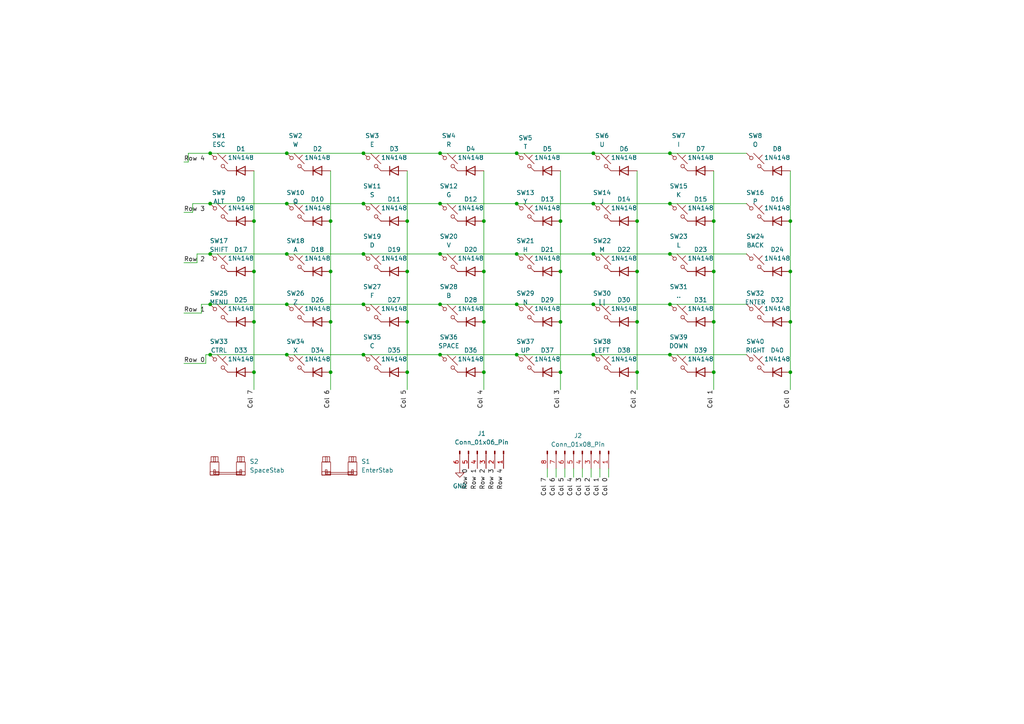
<source format=kicad_sch>
(kicad_sch (version 20231120) (generator "eeschema") (generator_version "8.0")
  (paper "A4")
  (lib_symbols
    (symbol "Connector:Conn_01x06_Pin" (pin_names (offset 1.016) hide)
      (property "Reference" "J" (at 0 7.62 0))
      (property "Value" "Conn_01x06_Pin" (at 0 -10.16 0))
      (symbol "Conn_01x06_Pin_1_1"
        (polyline (pts (xy 1.27 -7.62) (xy 0.8636 -7.62)) (stroke (width 0.1524)))
        (polyline (pts (xy 1.27 -5.08) (xy 0.8636 -5.08)) (stroke (width 0.1524)))
        (polyline (pts (xy 1.27 -2.54) (xy 0.8636 -2.54)) (stroke (width 0.1524)))
        (polyline (pts (xy 1.27 0) (xy 0.8636 0)) (stroke (width 0.1524)))
        (polyline (pts (xy 1.27 2.54) (xy 0.8636 2.54)) (stroke (width 0.1524)))
        (polyline (pts (xy 1.27 5.08) (xy 0.8636 5.08)) (stroke (width 0.1524)))
        (rectangle (start 0.8636 -7.493) (end 0 -7.747) (stroke (width 0.1524)) (fill (type outline)))
        (rectangle (start 0.8636 -4.953) (end 0 -5.207) (stroke (width 0.1524)) (fill (type outline)))
        (rectangle (start 0.8636 -2.413) (end 0 -2.667) (stroke (width 0.1524)) (fill (type outline)))
        (rectangle (start 0.8636 0.127) (end 0 -0.127) (stroke (width 0.1524)) (fill (type outline)))
        (rectangle (start 0.8636 2.667) (end 0 2.413) (stroke (width 0.1524)) (fill (type outline)))
        (rectangle (start 0.8636 5.207) (end 0 4.953) (stroke (width 0.1524)) (fill (type outline)))
        (pin passive line (at 5.08 5.08 180) (length 3.81) (name "Pin_1") (number "1"))
        (pin passive line (at 5.08 2.54 180) (length 3.81) (name "Pin_2") (number "2"))
        (pin passive line (at 5.08 0 180) (length 3.81) (name "Pin_3") (number "3"))
        (pin passive line (at 5.08 -2.54 180) (length 3.81) (name "Pin_4") (number "4"))
        (pin passive line (at 5.08 -5.08 180) (length 3.81) (name "Pin_5") (number "5"))
        (pin passive line (at 5.08 -7.62 180) (length 3.81) (name "Pin_6") (number "6"))
      )
    )
    (symbol "Connector:Conn_01x08_Pin" (pin_names (offset 1.016) hide)
      (property "Reference" "J" (at 0 10.16 0))
      (property "Value" "Conn_01x08_Pin" (at 0 -12.7 0))
      (symbol "Conn_01x08_Pin_1_1"
        (polyline (pts (xy 1.27 -10.16) (xy 0.8636 -10.16)) (stroke (width 0.1524)))
        (polyline (pts (xy 1.27 -7.62) (xy 0.8636 -7.62)) (stroke (width 0.1524)))
        (polyline (pts (xy 1.27 -5.08) (xy 0.8636 -5.08)) (stroke (width 0.1524)))
        (polyline (pts (xy 1.27 -2.54) (xy 0.8636 -2.54)) (stroke (width 0.1524)))
        (polyline (pts (xy 1.27 0) (xy 0.8636 0)) (stroke (width 0.1524)))
        (polyline (pts (xy 1.27 2.54) (xy 0.8636 2.54)) (stroke (width 0.1524)))
        (polyline (pts (xy 1.27 5.08) (xy 0.8636 5.08)) (stroke (width 0.1524)))
        (polyline (pts (xy 1.27 7.62) (xy 0.8636 7.62)) (stroke (width 0.1524)))
        (rectangle (start 0.8636 -10.033) (end 0 -10.287) (stroke (width 0.1524)) (fill (type outline)))
        (rectangle (start 0.8636 -7.493) (end 0 -7.747) (stroke (width 0.1524)) (fill (type outline)))
        (rectangle (start 0.8636 -4.953) (end 0 -5.207) (stroke (width 0.1524)) (fill (type outline)))
        (rectangle (start 0.8636 -2.413) (end 0 -2.667) (stroke (width 0.1524)) (fill (type outline)))
        (rectangle (start 0.8636 0.127) (end 0 -0.127) (stroke (width 0.1524)) (fill (type outline)))
        (rectangle (start 0.8636 2.667) (end 0 2.413) (stroke (width 0.1524)) (fill (type outline)))
        (rectangle (start 0.8636 5.207) (end 0 4.953) (stroke (width 0.1524)) (fill (type outline)))
        (rectangle (start 0.8636 7.747) (end 0 7.493) (stroke (width 0.1524)) (fill (type outline)))
        (pin passive line (at 5.08 7.62 180) (length 3.81) (name "Pin_1") (number "1"))
        (pin passive line (at 5.08 5.08 180) (length 3.81) (name "Pin_2") (number "2"))
        (pin passive line (at 5.08 2.54 180) (length 3.81) (name "Pin_3") (number "3"))
        (pin passive line (at 5.08 0 180) (length 3.81) (name "Pin_4") (number "4"))
        (pin passive line (at 5.08 -2.54 180) (length 3.81) (name "Pin_5") (number "5"))
        (pin passive line (at 5.08 -5.08 180) (length 3.81) (name "Pin_6") (number "6"))
        (pin passive line (at 5.08 -7.62 180) (length 3.81) (name "Pin_7") (number "7"))
        (pin passive line (at 5.08 -10.16 180) (length 3.81) (name "Pin_8") (number "8"))
      )
    )
    (symbol "Diode:1N4148" (pin_numbers hide) (pin_names hide)
      (property "Reference" "D" (at 0 2.54 0))
      (property "Value" "1N4148" (at 0 -2.54 0))
      (symbol "1N4148_0_1"
        (polyline (pts (xy -1.27 1.27) (xy -1.27 -1.27)) (stroke (width 0.254)))
        (polyline (pts (xy 1.27 0) (xy -1.27 0)))
        (polyline (pts (xy 1.27 1.27) (xy 1.27 -1.27) (xy -1.27 0) (xy 1.27 1.27)) (stroke (width 0.254)))
      )
      (symbol "1N4148_1_1"
        (pin passive line (at -3.81 0 0) (length 2.54) (name "K") (number "1"))
        (pin passive line (at 3.81 0 180) (length 2.54) (name "A") (number "2"))
      )
    )
    (symbol "PCM_marbastlib-mx:MX_stab" (pin_names (offset 1.016))
      (property "Reference" "S" (at -5.08 6.35 0))
      (property "Value" "MX_stab" (at -5.08 3.81 0))
      (symbol "MX_stab_0_1"
        (rectangle (start -5.08 -1.524) (end -2.54 -2.54))
        (rectangle (start -5.08 1.27) (end -2.54 -2.54))
        (rectangle (start -4.826 2.794) (end -2.794 1.27))
        (rectangle (start -4.064 -2.286) (end -3.556 -1.016))
        (rectangle (start -4.064 -1.778) (end 4.064 -2.286))
        (rectangle (start -4.064 1.27) (end -3.556 2.794))
        (rectangle (start 2.54 -1.524) (end 5.08 -2.54))
        (rectangle (start 2.54 1.27) (end 5.08 -2.54))
        (rectangle (start 2.794 2.794) (end 4.826 1.27))
        (rectangle (start 3.556 1.27) (end 4.064 2.794))
        (rectangle (start 4.064 -2.286) (end 3.556 -1.016))
      )
    )
    (symbol "Switch:SW_Push_45deg" (pin_numbers hide) (pin_names (offset 1.016) hide)
      (property "Reference" "SW" (at 3.048 1.016 0))
      (property "Value" "SW_Push_45deg" (at 0 -3.81 0))
      (symbol "SW_Push_45deg_0_1"
        (circle (center -1.1684 1.1684) (radius 0.508))
        (polyline (pts (xy -0.508 2.54) (xy 2.54 -0.508)))
        (polyline (pts (xy 1.016 1.016) (xy 2.032 2.032)))
        (polyline (pts (xy -2.54 2.54) (xy -1.524 1.524) (xy -1.524 1.524)))
        (polyline (pts (xy 1.524 -1.524) (xy 2.54 -2.54) (xy 2.54 -2.54) (xy 2.54 -2.54)))
        (circle (center 1.143 -1.1938) (radius 0.508))
        (pin passive line (at -2.54 2.54 0) (length 0) (name "1") (number "1"))
        (pin passive line (at 2.54 -2.54 180) (length 0) (name "2") (number "2"))
      )
    )
    (symbol "power:GND" (power) (pin_numbers hide) (pin_names (offset 0) hide)
      (property "Value" "GND" (at 0 -3.81 0))
      (symbol "GND_0_1"
        (polyline (pts (xy 0 0) (xy 0 -1.27) (xy 1.27 -1.27) (xy 0 -2.54) (xy -1.27 -1.27) (xy 0 -1.27)))
      )
      (symbol "GND_1_1"
        (pin power_in line (at 0 0 270) (length 0) (name "~") (number "1"))
      )
    )
  )
  (junction (at 127.635 59.055))
  (junction (at 207.01 93.345))
  (junction (at 73.66 107.95))
  (junction (at 149.86 88.265))
  (junction (at 127.635 88.265))
  (junction (at 162.56 64.135))
  (junction (at 207.01 64.135))
  (junction (at 73.66 93.345))
  (junction (at 184.785 93.345))
  (junction (at 105.41 59.055))
  (junction (at 229.235 78.74))
  (junction (at 127.635 102.87))
  (junction (at 60.96 73.66))
  (junction (at 162.56 107.95))
  (junction (at 118.11 64.135))
  (junction (at 83.185 88.265))
  (junction (at 184.785 107.95))
  (junction (at 162.56 93.345))
  (junction (at 207.01 107.95))
  (junction (at 172.085 102.87))
  (junction (at 105.41 73.66))
  (junction (at 127.635 73.66))
  (junction (at 162.56 78.74))
  (junction (at 184.785 78.74))
  (junction (at 95.885 78.74))
  (junction (at 95.885 107.95))
  (junction (at 194.31 73.66))
  (junction (at 105.41 88.265))
  (junction (at 140.335 107.95))
  (junction (at 118.11 107.95))
  (junction (at 140.335 93.345))
  (junction (at 207.01 78.74))
  (junction (at 127.635 44.45))
  (junction (at 83.185 44.45))
  (junction (at 95.885 64.135))
  (junction (at 194.31 59.055))
  (junction (at 83.185 102.87))
  (junction (at 95.885 93.345))
  (junction (at 172.085 59.055))
  (junction (at 105.41 44.45))
  (junction (at 172.085 73.66))
  (junction (at 140.335 78.74))
  (junction (at 73.66 64.135))
  (junction (at 118.11 78.74))
  (junction (at 229.235 107.95))
  (junction (at 194.31 88.265))
  (junction (at 184.785 64.135))
  (junction (at 149.86 73.66))
  (junction (at 60.96 102.87))
  (junction (at 229.235 64.135))
  (junction (at 172.085 44.45))
  (junction (at 149.86 59.055))
  (junction (at 73.66 78.74))
  (junction (at 60.96 88.265))
  (junction (at 149.86 102.87))
  (junction (at 149.86 44.45))
  (junction (at 118.11 93.345))
  (junction (at 140.335 64.135))
  (junction (at 60.96 44.45))
  (junction (at 194.31 102.87))
  (junction (at 83.185 59.055))
  (junction (at 83.185 73.66))
  (junction (at 105.41 102.87))
  (junction (at 229.235 93.345))
  (junction (at 60.96 59.055))
  (junction (at 172.085 88.265))
  (junction (at 194.31 44.45))
  (wire (pts (xy 172.085 59.055) (xy 194.31 59.055)))
  (wire (pts (xy 83.185 73.66) (xy 105.41 73.66)))
  (wire (pts (xy 59.69 102.87) (xy 60.96 102.87)))
  (wire (pts (xy 207.01 78.74) (xy 207.01 93.345)))
  (wire (pts (xy 163.83 138.43) (xy 163.83 135.89)))
  (wire (pts (xy 127.635 59.055) (xy 149.86 59.055)))
  (wire (pts (xy 207.01 113.03) (xy 207.01 107.95)))
  (wire (pts (xy 149.86 44.45) (xy 172.085 44.45)))
  (wire (pts (xy 127.635 44.45) (xy 149.86 44.45)))
  (wire (pts (xy 127.635 88.265) (xy 149.86 88.265)))
  (wire (pts (xy 229.235 78.74) (xy 229.235 93.345)))
  (wire (pts (xy 73.66 113.03) (xy 73.66 107.95)))
  (wire (pts (xy 73.66 49.53) (xy 73.66 64.135)))
  (wire (pts (xy 73.66 93.345) (xy 73.66 107.95)))
  (wire (pts (xy 140.335 78.74) (xy 140.335 93.345)))
  (wire (pts (xy 59.69 105.41) (xy 59.69 102.87)))
  (wire (pts (xy 105.41 73.66) (xy 127.635 73.66)))
  (wire (pts (xy 57.15 73.66) (xy 60.96 73.66)))
  (wire (pts (xy 229.235 64.135) (xy 229.235 78.74)))
  (wire (pts (xy 118.11 64.135) (xy 118.11 78.74)))
  (wire (pts (xy 83.185 102.87) (xy 105.41 102.87)))
  (wire (pts (xy 207.01 49.53) (xy 207.01 64.135)))
  (wire (pts (xy 53.34 46.99) (xy 54.61 46.99)))
  (wire (pts (xy 118.11 78.74) (xy 118.11 93.345)))
  (wire (pts (xy 118.11 93.345) (xy 118.11 107.95)))
  (wire (pts (xy 184.785 78.74) (xy 184.785 93.345)))
  (wire (pts (xy 194.31 102.87) (xy 216.535 102.87)))
  (wire (pts (xy 95.885 93.345) (xy 95.885 107.95)))
  (wire (pts (xy 184.785 49.53) (xy 184.785 64.135)))
  (wire (pts (xy 168.91 138.43) (xy 168.91 135.89)))
  (wire (pts (xy 60.96 59.055) (xy 83.185 59.055)))
  (wire (pts (xy 55.88 61.595) (xy 55.88 59.055)))
  (wire (pts (xy 53.34 90.805) (xy 58.42 90.805)))
  (wire (pts (xy 55.88 59.055) (xy 60.96 59.055)))
  (wire (pts (xy 162.56 64.135) (xy 162.56 78.74)))
  (wire (pts (xy 184.785 93.345) (xy 184.785 107.95)))
  (wire (pts (xy 229.235 93.345) (xy 229.235 107.95)))
  (wire (pts (xy 184.785 64.135) (xy 184.785 78.74)))
  (wire (pts (xy 172.085 73.66) (xy 194.31 73.66)))
  (wire (pts (xy 73.66 78.74) (xy 73.66 93.345)))
  (wire (pts (xy 60.96 102.87) (xy 83.185 102.87)))
  (wire (pts (xy 140.335 49.53) (xy 140.335 64.135)))
  (wire (pts (xy 166.37 138.43) (xy 166.37 135.89)))
  (wire (pts (xy 54.61 44.45) (xy 60.96 44.45)))
  (wire (pts (xy 83.185 44.45) (xy 105.41 44.45)))
  (wire (pts (xy 53.34 76.2) (xy 57.15 76.2)))
  (wire (pts (xy 118.11 107.95) (xy 118.11 113.03)))
  (wire (pts (xy 105.41 102.87) (xy 127.635 102.87)))
  (wire (pts (xy 105.41 59.055) (xy 127.635 59.055)))
  (wire (pts (xy 194.31 44.45) (xy 216.535 44.45)))
  (wire (pts (xy 57.15 76.2) (xy 57.15 73.66)))
  (wire (pts (xy 140.335 93.345) (xy 140.335 107.95)))
  (wire (pts (xy 207.01 93.345) (xy 207.01 107.95)))
  (wire (pts (xy 162.56 78.74) (xy 162.56 93.345)))
  (wire (pts (xy 140.335 107.95) (xy 140.335 113.03)))
  (wire (pts (xy 171.45 138.43) (xy 171.45 135.89)))
  (wire (pts (xy 161.29 138.43) (xy 161.29 135.89)))
  (wire (pts (xy 95.885 64.135) (xy 95.885 78.74)))
  (wire (pts (xy 194.31 59.055) (xy 216.535 59.055)))
  (wire (pts (xy 60.96 73.66) (xy 83.185 73.66)))
  (wire (pts (xy 140.335 64.135) (xy 140.335 78.74)))
  (wire (pts (xy 149.86 59.055) (xy 172.085 59.055)))
  (wire (pts (xy 229.235 49.53) (xy 229.235 64.135)))
  (wire (pts (xy 53.34 61.595) (xy 55.88 61.595)))
  (wire (pts (xy 60.96 44.45) (xy 83.185 44.45)))
  (wire (pts (xy 127.635 102.87) (xy 149.86 102.87)))
  (wire (pts (xy 54.61 46.99) (xy 54.61 44.45)))
  (wire (pts (xy 83.185 59.055) (xy 105.41 59.055)))
  (wire (pts (xy 149.86 102.87) (xy 172.085 102.87)))
  (wire (pts (xy 158.75 138.43) (xy 158.75 135.89)))
  (wire (pts (xy 83.185 88.265) (xy 105.41 88.265)))
  (wire (pts (xy 105.41 88.265) (xy 127.635 88.265)))
  (wire (pts (xy 162.56 113.03) (xy 162.56 107.95)))
  (wire (pts (xy 60.96 88.265) (xy 83.185 88.265)))
  (wire (pts (xy 73.66 64.135) (xy 73.66 78.74)))
  (wire (pts (xy 194.31 73.66) (xy 216.535 73.66)))
  (wire (pts (xy 53.34 105.41) (xy 59.69 105.41)))
  (wire (pts (xy 95.885 113.03) (xy 95.885 107.95)))
  (wire (pts (xy 172.085 102.87) (xy 194.31 102.87)))
  (wire (pts (xy 127.635 73.66) (xy 149.86 73.66)))
  (wire (pts (xy 194.31 88.265) (xy 216.535 88.265)))
  (wire (pts (xy 149.86 73.66) (xy 172.085 73.66)))
  (wire (pts (xy 149.86 88.265) (xy 172.085 88.265)))
  (wire (pts (xy 95.885 78.74) (xy 95.885 93.345)))
  (wire (pts (xy 162.56 93.345) (xy 162.56 107.95)))
  (wire (pts (xy 105.41 44.45) (xy 127.635 44.45)))
  (wire (pts (xy 95.885 49.53) (xy 95.885 64.135)))
  (wire (pts (xy 173.99 138.43) (xy 173.99 135.89)))
  (wire (pts (xy 58.42 88.265) (xy 60.96 88.265)))
  (wire (pts (xy 162.56 49.53) (xy 162.56 64.135)))
  (wire (pts (xy 229.235 107.95) (xy 229.235 113.03)))
  (wire (pts (xy 58.42 90.805) (xy 58.42 88.265)))
  (wire (pts (xy 207.01 64.135) (xy 207.01 78.74)))
  (wire (pts (xy 184.785 113.03) (xy 184.785 107.95)))
  (wire (pts (xy 176.53 138.43) (xy 176.53 135.89)))
  (wire (pts (xy 118.11 49.53) (xy 118.11 64.135)))
  (wire (pts (xy 172.085 44.45) (xy 194.31 44.45)))
  (wire (pts (xy 172.085 88.265) (xy 194.31 88.265)))
  (label "Col 4" (at 166.37 138.43 270))
  (label "Col 5" (at 118.11 113.03 270))
  (label "Row 2" (at 53.34 76.2 0))
  (label "Col 2" (at 171.45 138.43 270))
  (label "Col 3" (at 162.56 113.03 270))
  (label "Col 0" (at 229.235 113.03 270))
  (label "Col 5" (at 163.83 138.43 270))
  (label "Row 2" (at 140.97 135.89 270))
  (label "Row 0" (at 53.34 105.41 0))
  (label "Row 4" (at 146.05 135.89 270))
  (label "Col 7" (at 158.75 138.43 270))
  (label "Col 0" (at 176.53 138.43 270))
  (label "Col 1" (at 173.99 138.43 270))
  (label "Row 1" (at 53.34 90.805 0))
  (label "Col 7" (at 73.66 113.03 270))
  (label "Row 4" (at 53.34 46.99 0))
  (label "Row 0" (at 135.89 135.89 270))
  (label "Row 1" (at 138.43 135.89 270))
  (label "Col 2" (at 184.785 113.03 270))
  (label "Col 4" (at 140.335 113.03 270))
  (label "Col 6" (at 95.885 113.03 270))
  (label "Col 1" (at 207.01 113.03 270))
  (label "Col 3" (at 168.91 138.43 270))
  (label "Row 3" (at 53.34 61.595 0))
  (label "Col 6" (at 161.29 138.43 270))
  (label "Row 3" (at 143.51 135.89 270))
  (symbol (lib_id "Diode:1N4148") (at 136.525 64.135 0) (unit 1)
    (property "Reference" "D12" (at 136.525 57.785 0))
    (property "Value" "1N4148" (at 136.525 60.325 0))
    (property "Footprint" "Diode_THT:D_DO-35_SOD27_P7.62mm_Horizontal" (effects (hide yes)))
    (property "Datasheet" "https://assets.nexperia.com/documents/data-sheet/1N4148_1N4448.pdf" (effects (hide yes)))
    (property "Sim.Device" "D" (effects (hide yes)))
    (property "Sim.Pins" "1=K 2=A" (effects (hide yes)))
  )
  (symbol (lib_id "Switch:SW_Push_45deg") (at 85.725 61.595 0) (unit 1)
    (property "Reference" "SW10" (at 85.725 55.88 0))
    (property "Value" "Q" (at 85.725 58.42 0))
    (property "Footprint" "Smal:SW_Redragon_LowProfile_PCB_1.00u" (effects (hide yes)))
  )
  (symbol (lib_id "Switch:SW_Push_45deg") (at 63.5 61.595 0) (unit 1)
    (property "Reference" "SW9" (at 63.5 55.88 0))
    (property "Value" "ALT" (at 63.5 58.42 0))
    (property "Footprint" "Smal:SW_Redragon_LowProfile_PCB_1.25u" (effects (hide yes)))
  )
  (symbol (lib_id "Switch:SW_Push_45deg") (at 152.4 46.99 0) (unit 1)
    (property "Reference" "SW5" (at 152.4 40.005 0))
    (property "Value" "T" (at 152.4 42.545 0))
    (property "Footprint" "Smal:SW_Redragon_LowProfile_PCB_1.00u" (effects (hide yes)))
  )
  (symbol (lib_id "Switch:SW_Push_45deg") (at 107.95 76.2 0) (unit 1)
    (property "Reference" "SW19" (at 107.95 68.58 0))
    (property "Value" "D" (at 107.95 71.12 0))
    (property "Footprint" "Smal:SW_Redragon_LowProfile_PCB_1.00u" (effects (hide yes)))
  )
  (symbol (lib_id "Diode:1N4148") (at 69.85 49.53 0) (unit 1)
    (property "Reference" "D1" (at 69.85 43.18 0))
    (property "Value" "1N4148" (at 69.85 45.72 0))
    (property "Footprint" "Diode_THT:D_DO-35_SOD27_P7.62mm_Horizontal" (effects (hide yes)))
    (property "Datasheet" "https://assets.nexperia.com/documents/data-sheet/1N4148_1N4448.pdf" (effects (hide yes)))
    (property "Sim.Device" "D" (effects (hide yes)))
    (property "Sim.Pins" "1=K 2=A" (effects (hide yes)))
  )
  (symbol (lib_id "Diode:1N4148") (at 136.525 78.74 0) (unit 1)
    (property "Reference" "D20" (at 136.525 72.39 0))
    (property "Value" "1N4148" (at 136.525 74.93 0))
    (property "Footprint" "Diode_THT:D_DO-35_SOD27_P7.62mm_Horizontal" (effects (hide yes)))
    (property "Datasheet" "https://assets.nexperia.com/documents/data-sheet/1N4148_1N4448.pdf" (effects (hide yes)))
    (property "Sim.Device" "D" (effects (hide yes)))
    (property "Sim.Pins" "1=K 2=A" (effects (hide yes)))
  )
  (symbol (lib_id "Diode:1N4148") (at 136.525 93.345 0) (unit 1)
    (property "Reference" "D28" (at 136.525 86.995 0))
    (property "Value" "1N4148" (at 136.525 89.535 0))
    (property "Footprint" "Diode_THT:D_DO-35_SOD27_P7.62mm_Horizontal" (effects (hide yes)))
    (property "Datasheet" "https://assets.nexperia.com/documents/data-sheet/1N4148_1N4448.pdf" (effects (hide yes)))
    (property "Sim.Device" "D" (effects (hide yes)))
    (property "Sim.Pins" "1=K 2=A" (effects (hide yes)))
  )
  (symbol (lib_id "Switch:SW_Push_45deg") (at 130.175 90.805 0) (unit 1)
    (property "Reference" "SW28" (at 130.175 83.185 0))
    (property "Value" "B" (at 130.175 85.725 0))
    (property "Footprint" "Smal:SW_Redragon_LowProfile_PCB_1.00u" (effects (hide yes)))
  )
  (symbol (lib_id "Switch:SW_Push_45deg") (at 107.95 46.99 0) (unit 1)
    (property "Reference" "SW3" (at 107.95 39.37 0))
    (property "Value" "E" (at 107.95 41.91 0))
    (property "Footprint" "Smal:SW_Redragon_LowProfile_PCB_1.00u" (effects (hide yes)))
  )
  (symbol (lib_id "Switch:SW_Push_45deg") (at 196.85 76.2 0) (unit 1)
    (property "Reference" "SW23" (at 196.85 68.58 0))
    (property "Value" "L" (at 196.85 71.12 0))
    (property "Footprint" "Smal:SW_Redragon_LowProfile_PCB_1.00u" (effects (hide yes)))
  )
  (symbol (lib_id "Diode:1N4148") (at 225.425 93.345 0) (unit 1)
    (property "Reference" "D32" (at 225.425 86.995 0))
    (property "Value" "1N4148" (at 225.425 89.535 0))
    (property "Footprint" "Diode_THT:D_DO-35_SOD27_P7.62mm_Horizontal" (effects (hide yes)))
    (property "Datasheet" "https://assets.nexperia.com/documents/data-sheet/1N4148_1N4448.pdf" (effects (hide yes)))
    (property "Sim.Device" "D" (effects (hide yes)))
    (property "Sim.Pins" "1=K 2=A" (effects (hide yes)))
  )
  (symbol (lib_id "Switch:SW_Push_45deg") (at 196.85 105.41 0) (unit 1)
    (property "Reference" "SW39" (at 196.85 97.79 0))
    (property "Value" "DOWN" (at 196.85 100.33 0))
    (property "Footprint" "Smal:SW_Redragon_LowProfile_PCB_1.00u" (effects (hide yes)))
  )
  (symbol (lib_id "Diode:1N4148") (at 69.85 78.74 0) (unit 1)
    (property "Reference" "D17" (at 69.85 72.39 0))
    (property "Value" "1N4148" (at 69.85 74.93 0))
    (property "Footprint" "Diode_THT:D_DO-35_SOD27_P7.62mm_Horizontal" (effects (hide yes)))
    (property "Datasheet" "https://assets.nexperia.com/documents/data-sheet/1N4148_1N4448.pdf" (effects (hide yes)))
    (property "Sim.Device" "D" (effects (hide yes)))
    (property "Sim.Pins" "1=K 2=A" (effects (hide yes)))
  )
  (symbol (lib_id "Switch:SW_Push_45deg") (at 174.625 76.2 0) (unit 1)
    (property "Reference" "SW22" (at 174.625 69.85 0))
    (property "Value" "M" (at 174.625 72.39 0))
    (property "Footprint" "Smal:SW_Redragon_LowProfile_PCB_1.00u" (effects (hide yes)))
  )
  (symbol (lib_id "Diode:1N4148") (at 114.3 78.74 0) (unit 1)
    (property "Reference" "D19" (at 114.3 72.39 0))
    (property "Value" "1N4148" (at 114.3 74.93 0))
    (property "Footprint" "Diode_THT:D_DO-35_SOD27_P7.62mm_Horizontal" (effects (hide yes)))
    (property "Datasheet" "https://assets.nexperia.com/documents/data-sheet/1N4148_1N4448.pdf" (effects (hide yes)))
    (property "Sim.Device" "D" (effects (hide yes)))
    (property "Sim.Pins" "1=K 2=A" (effects (hide yes)))
  )
  (symbol (lib_id "Diode:1N4148") (at 136.525 49.53 0) (unit 1)
    (property "Reference" "D4" (at 136.525 43.18 0))
    (property "Value" "1N4148" (at 136.525 45.72 0))
    (property "Footprint" "Diode_THT:D_DO-35_SOD27_P7.62mm_Horizontal" (effects (hide yes)))
    (property "Datasheet" "https://assets.nexperia.com/documents/data-sheet/1N4148_1N4448.pdf" (effects (hide yes)))
    (property "Sim.Device" "D" (effects (hide yes)))
    (property "Sim.Pins" "1=K 2=A" (effects (hide yes)))
  )
  (symbol (lib_id "Switch:SW_Push_45deg") (at 152.4 61.595 0) (unit 1)
    (property "Reference" "SW13" (at 152.4 55.88 0))
    (property "Value" "Y" (at 152.4 58.42 0))
    (property "Footprint" "Smal:SW_Redragon_LowProfile_PCB_1.00u" (effects (hide yes)))
  )
  (symbol (lib_id "Switch:SW_Push_45deg") (at 63.5 105.41 0) (unit 1)
    (property "Reference" "SW33" (at 63.5 99.06 0))
    (property "Value" "CTRL" (at 63.5 101.6 0))
    (property "Footprint" "Smal:SW_Redragon_LowProfile_PCB_1.50u" (effects (hide yes)))
  )
  (symbol (lib_id "Diode:1N4148") (at 158.75 107.95 0) (unit 1)
    (property "Reference" "D37" (at 158.75 101.6 0))
    (property "Value" "1N4148" (at 158.75 104.14 0))
    (property "Footprint" "Diode_THT:D_DO-35_SOD27_P7.62mm_Horizontal" (effects (hide yes)))
    (property "Datasheet" "https://assets.nexperia.com/documents/data-sheet/1N4148_1N4448.pdf" (effects (hide yes)))
    (property "Sim.Device" "D" (effects (hide yes)))
    (property "Sim.Pins" "1=K 2=A" (effects (hide yes)))
  )
  (symbol (lib_id "Diode:1N4148") (at 203.2 78.74 0) (unit 1)
    (property "Reference" "D23" (at 203.2 72.39 0))
    (property "Value" "1N4148" (at 203.2 74.93 0))
    (property "Footprint" "Diode_THT:D_DO-35_SOD27_P7.62mm_Horizontal" (effects (hide yes)))
    (property "Datasheet" "https://assets.nexperia.com/documents/data-sheet/1N4148_1N4448.pdf" (effects (hide yes)))
    (property "Sim.Device" "D" (effects (hide yes)))
    (property "Sim.Pins" "1=K 2=A" (effects (hide yes)))
  )
  (symbol (lib_id "Switch:SW_Push_45deg") (at 219.075 61.595 0) (unit 1)
    (property "Reference" "SW16" (at 219.075 55.88 0))
    (property "Value" "P" (at 219.075 58.42 0))
    (property "Footprint" "Smal:SW_Redragon_LowProfile_PCB_1.00u" (effects (hide yes)))
  )
  (symbol (lib_id "Switch:SW_Push_45deg") (at 196.85 90.805 0) (unit 1)
    (property "Reference" "SW31" (at 196.85 83.185 0))
    (property "Value" ".." (at 196.85 85.725 0))
    (property "Footprint" "Smal:SW_Redragon_LowProfile_PCB_1.00u" (effects (hide yes)))
  )
  (symbol (lib_id "Switch:SW_Push_45deg") (at 85.725 46.99 0) (unit 1)
    (property "Reference" "SW2" (at 85.725 39.37 0))
    (property "Value" "W" (at 85.725 41.91 0))
    (property "Footprint" "Smal:SW_Redragon_LowProfile_PCB_1.00u" (effects (hide yes)))
  )
  (symbol (lib_id "Switch:SW_Push_45deg") (at 107.95 61.595 0) (unit 1)
    (property "Reference" "SW11" (at 107.95 53.975 0))
    (property "Value" "S" (at 107.95 56.515 0))
    (property "Footprint" "Smal:SW_Redragon_LowProfile_PCB_1.00u" (effects (hide yes)))
  )
  (symbol (lib_id "Diode:1N4148") (at 158.75 78.74 0) (unit 1)
    (property "Reference" "D21" (at 158.75 72.39 0))
    (property "Value" "1N4148" (at 158.75 74.93 0))
    (property "Footprint" "Diode_THT:D_DO-35_SOD27_P7.62mm_Horizontal" (effects (hide yes)))
    (property "Datasheet" "https://assets.nexperia.com/documents/data-sheet/1N4148_1N4448.pdf" (effects (hide yes)))
    (property "Sim.Device" "D" (effects (hide yes)))
    (property "Sim.Pins" "1=K 2=A" (effects (hide yes)))
  )
  (symbol (lib_id "Switch:SW_Push_45deg") (at 85.725 90.805 0) (unit 1)
    (property "Reference" "SW26" (at 85.725 85.09 0))
    (property "Value" "Z" (at 85.725 87.63 0))
    (property "Footprint" "Smal:SW_Redragon_LowProfile_PCB_1.00u" (effects (hide yes)))
  )
  (symbol (lib_id "Connector:Conn_01x08_Pin") (at 168.91 130.81 270) (unit 1)
    (property "Reference" "J2" (at 167.64 126.365 90))
    (property "Value" "Conn_01x08_Pin" (at 167.64 128.905 90))
    (property "Footprint" "Connector_PinHeader_2.54mm:PinHeader_1x08_P2.54mm_Vertical" (effects (hide yes)))
  )
  (symbol (lib_id "Switch:SW_Push_45deg") (at 107.95 105.41 0) (unit 1)
    (property "Reference" "SW35" (at 107.95 97.79 0))
    (property "Value" "C" (at 107.95 100.33 0))
    (property "Footprint" "Smal:SW_Redragon_LowProfile_PCB_1.00u" (effects (hide yes)))
  )
  (symbol (lib_id "Diode:1N4148") (at 92.075 64.135 0) (unit 1)
    (property "Reference" "D10" (at 92.075 57.785 0))
    (property "Value" "1N4148" (at 92.075 60.325 0))
    (property "Footprint" "Diode_THT:D_DO-35_SOD27_P7.62mm_Horizontal" (effects (hide yes)))
    (property "Datasheet" "https://assets.nexperia.com/documents/data-sheet/1N4148_1N4448.pdf" (effects (hide yes)))
    (property "Sim.Device" "D" (effects (hide yes)))
    (property "Sim.Pins" "1=K 2=A" (effects (hide yes)))
  )
  (symbol (lib_id "Diode:1N4148") (at 136.525 107.95 0) (unit 1)
    (property "Reference" "D36" (at 136.525 101.6 0))
    (property "Value" "1N4148" (at 136.525 104.14 0))
    (property "Footprint" "Diode_THT:D_DO-35_SOD27_P7.62mm_Horizontal" (effects (hide yes)))
    (property "Datasheet" "https://assets.nexperia.com/documents/data-sheet/1N4148_1N4448.pdf" (effects (hide yes)))
    (property "Sim.Device" "D" (effects (hide yes)))
    (property "Sim.Pins" "1=K 2=A" (effects (hide yes)))
  )
  (symbol (lib_id "PCM_marbastlib-mx:MX_stab") (at 66.04 135.255 0) (unit 1)
    (property "Reference" "S2" (at 72.39 133.858 0) (effects (justify left)))
    (property "Value" "SpaceStab" (at 72.39 136.398 0) (effects (justify left)))
    (property "Footprint" "ks27_pcb_stab:ks26_6.25u_pcb_cherry_plate" (effects (hide yes)))
  )
  (symbol (lib_id "Diode:1N4148") (at 114.3 64.135 0) (unit 1)
    (property "Reference" "D11" (at 114.3 57.785 0))
    (property "Value" "1N4148" (at 114.3 60.325 0))
    (property "Footprint" "Diode_THT:D_DO-35_SOD27_P7.62mm_Horizontal" (effects (hide yes)))
    (property "Datasheet" "https://assets.nexperia.com/documents/data-sheet/1N4148_1N4448.pdf" (effects (hide yes)))
    (property "Sim.Device" "D" (effects (hide yes)))
    (property "Sim.Pins" "1=K 2=A" (effects (hide yes)))
  )
  (symbol (lib_id "Switch:SW_Push_45deg") (at 63.5 76.2 0) (unit 1)
    (property "Reference" "SW17" (at 63.5 69.85 0))
    (property "Value" "SHIFT" (at 63.5 72.39 0))
    (property "Footprint" "Smal:SW_Redragon_LowProfile_PCB_1.75u" (effects (hide yes)))
  )
  (symbol (lib_id "Diode:1N4148") (at 225.425 49.53 0) (unit 1)
    (property "Reference" "D8" (at 225.425 43.18 0))
    (property "Value" "1N4148" (at 225.425 45.72 0))
    (property "Footprint" "Diode_THT:D_DO-35_SOD27_P7.62mm_Horizontal" (effects (hide yes)))
    (property "Datasheet" "https://assets.nexperia.com/documents/data-sheet/1N4148_1N4448.pdf" (effects (hide yes)))
    (property "Sim.Device" "D" (effects (hide yes)))
    (property "Sim.Pins" "1=K 2=A" (effects (hide yes)))
  )
  (symbol (lib_id "Diode:1N4148") (at 69.85 64.135 0) (unit 1)
    (property "Reference" "D9" (at 69.85 57.785 0))
    (property "Value" "1N4148" (at 69.85 60.325 0))
    (property "Footprint" "Diode_THT:D_DO-35_SOD27_P7.62mm_Horizontal" (effects (hide yes)))
    (property "Datasheet" "https://assets.nexperia.com/documents/data-sheet/1N4148_1N4448.pdf" (effects (hide yes)))
    (property "Sim.Device" "D" (effects (hide yes)))
    (property "Sim.Pins" "1=K 2=A" (effects (hide yes)))
  )
  (symbol (lib_id "Switch:SW_Push_45deg") (at 152.4 105.41 0) (unit 1)
    (property "Reference" "SW37" (at 152.4 99.06 0))
    (property "Value" "UP" (at 152.4 101.6 0))
    (property "Footprint" "Smal:SW_Redragon_LowProfile_PCB_1.00u" (effects (hide yes)))
  )
  (symbol (lib_id "Switch:SW_Push_45deg") (at 152.4 90.805 0) (unit 1)
    (property "Reference" "SW29" (at 152.4 85.09 0))
    (property "Value" "N" (at 152.4 87.63 0))
    (property "Footprint" "Smal:SW_Redragon_LowProfile_PCB_1.00u" (effects (hide yes)))
  )
  (symbol (lib_id "Switch:SW_Push_45deg") (at 174.625 105.41 0) (unit 1)
    (property "Reference" "SW38" (at 174.625 99.06 0))
    (property "Value" "LEFT" (at 174.625 101.6 0))
    (property "Footprint" "Smal:SW_Redragon_LowProfile_PCB_1.00u" (effects (hide yes)))
  )
  (symbol (lib_id "Diode:1N4148") (at 92.075 107.95 0) (unit 1)
    (property "Reference" "D34" (at 92.075 101.6 0))
    (property "Value" "1N4148" (at 92.075 104.14 0))
    (property "Footprint" "Diode_THT:D_DO-35_SOD27_P7.62mm_Horizontal" (effects (hide yes)))
    (property "Datasheet" "https://assets.nexperia.com/documents/data-sheet/1N4148_1N4448.pdf" (effects (hide yes)))
    (property "Sim.Device" "D" (effects (hide yes)))
    (property "Sim.Pins" "1=K 2=A" (effects (hide yes)))
  )
  (symbol (lib_id "Switch:SW_Push_45deg") (at 130.175 61.595 0) (unit 1)
    (property "Reference" "SW12" (at 130.175 53.975 0))
    (property "Value" "G" (at 130.175 56.515 0))
    (property "Footprint" "Smal:SW_Redragon_LowProfile_PCB_1.00u" (effects (hide yes)))
  )
  (symbol (lib_id "Diode:1N4148") (at 225.425 78.74 0) (unit 1)
    (property "Reference" "D24" (at 225.425 72.39 0))
    (property "Value" "1N4148" (at 225.425 74.93 0))
    (property "Footprint" "Diode_THT:D_DO-35_SOD27_P7.62mm_Horizontal" (effects (hide yes)))
    (property "Datasheet" "https://assets.nexperia.com/documents/data-sheet/1N4148_1N4448.pdf" (effects (hide yes)))
    (property "Sim.Device" "D" (effects (hide yes)))
    (property "Sim.Pins" "1=K 2=A" (effects (hide yes)))
  )
  (symbol (lib_id "Diode:1N4148") (at 225.425 64.135 0) (unit 1)
    (property "Reference" "D16" (at 225.425 57.785 0))
    (property "Value" "1N4148" (at 225.425 60.325 0))
    (property "Footprint" "Diode_THT:D_DO-35_SOD27_P7.62mm_Horizontal" (effects (hide yes)))
    (property "Datasheet" "https://assets.nexperia.com/documents/data-sheet/1N4148_1N4448.pdf" (effects (hide yes)))
    (property "Sim.Device" "D" (effects (hide yes)))
    (property "Sim.Pins" "1=K 2=A" (effects (hide yes)))
  )
  (symbol (lib_id "Diode:1N4148") (at 69.85 93.345 0) (unit 1)
    (property "Reference" "D25" (at 69.85 86.995 0))
    (property "Value" "1N4148" (at 69.85 89.535 0))
    (property "Footprint" "Diode_THT:D_DO-35_SOD27_P7.62mm_Horizontal" (effects (hide yes)))
    (property "Datasheet" "https://assets.nexperia.com/documents/data-sheet/1N4148_1N4448.pdf" (effects (hide yes)))
    (property "Sim.Device" "D" (effects (hide yes)))
    (property "Sim.Pins" "1=K 2=A" (effects (hide yes)))
  )
  (symbol (lib_id "Switch:SW_Push_45deg") (at 130.175 76.2 0) (unit 1)
    (property "Reference" "SW20" (at 130.175 68.58 0))
    (property "Value" "V" (at 130.175 71.12 0))
    (property "Footprint" "Smal:SW_Redragon_LowProfile_PCB_1.00u" (effects (hide yes)))
  )
  (symbol (lib_id "Diode:1N4148") (at 180.975 64.135 0) (unit 1)
    (property "Reference" "D14" (at 180.975 57.785 0))
    (property "Value" "1N4148" (at 180.975 60.325 0))
    (property "Footprint" "Diode_THT:D_DO-35_SOD27_P7.62mm_Horizontal" (effects (hide yes)))
    (property "Datasheet" "https://assets.nexperia.com/documents/data-sheet/1N4148_1N4448.pdf" (effects (hide yes)))
    (property "Sim.Device" "D" (effects (hide yes)))
    (property "Sim.Pins" "1=K 2=A" (effects (hide yes)))
  )
  (symbol (lib_id "Diode:1N4148") (at 114.3 49.53 0) (unit 1)
    (property "Reference" "D3" (at 114.3 43.18 0))
    (property "Value" "1N4148" (at 114.3 45.72 0))
    (property "Footprint" "Diode_THT:D_DO-35_SOD27_P7.62mm_Horizontal" (effects (hide yes)))
    (property "Datasheet" "https://assets.nexperia.com/documents/data-sheet/1N4148_1N4448.pdf" (effects (hide yes)))
    (property "Sim.Device" "D" (effects (hide yes)))
    (property "Sim.Pins" "1=K 2=A" (effects (hide yes)))
  )
  (symbol (lib_id "power:GND") (at 133.35 135.89 0) (unit 1)
    (property "Reference" "#PWR01" (effects (hide yes)))
    (property "Value" "GND" (at 133.35 140.97 0))
    (property "Description" "Power symbol creates a global label with name \"GND\" , ground" (effects (hide yes)))
  )
  (symbol (lib_id "Switch:SW_Push_45deg") (at 85.725 105.41 0) (unit 1)
    (property "Reference" "SW34" (at 85.725 99.06 0))
    (property "Value" "X" (at 85.725 101.6 0))
    (property "Footprint" "Smal:SW_Redragon_LowProfile_PCB_1.00u" (effects (hide yes)))
  )
  (symbol (lib_id "Switch:SW_Push_45deg") (at 174.625 61.595 0) (unit 1)
    (property "Reference" "SW14" (at 174.625 55.88 0))
    (property "Value" "J" (at 174.625 58.42 0))
    (property "Footprint" "Smal:SW_Redragon_LowProfile_PCB_1.00u" (effects (hide yes)))
  )
  (symbol (lib_id "Switch:SW_Push_45deg") (at 196.85 46.99 0) (unit 1)
    (property "Reference" "SW7" (at 196.85 39.37 0))
    (property "Value" "I" (at 196.85 41.91 0))
    (property "Footprint" "Smal:SW_Redragon_LowProfile_PCB_1.00u" (effects (hide yes)))
  )
  (symbol (lib_id "Diode:1N4148") (at 92.075 78.74 0) (unit 1)
    (property "Reference" "D18" (at 92.075 72.39 0))
    (property "Value" "1N4148" (at 92.075 74.93 0))
    (property "Footprint" "Diode_THT:D_DO-35_SOD27_P7.62mm_Horizontal" (effects (hide yes)))
    (property "Datasheet" "https://assets.nexperia.com/documents/data-sheet/1N4148_1N4448.pdf" (effects (hide yes)))
    (property "Sim.Device" "D" (effects (hide yes)))
    (property "Sim.Pins" "1=K 2=A" (effects (hide yes)))
  )
  (symbol (lib_id "Diode:1N4148") (at 69.85 107.95 0) (unit 1)
    (property "Reference" "D33" (at 69.85 101.6 0))
    (property "Value" "1N4148" (at 69.85 104.14 0))
    (property "Footprint" "Diode_THT:D_DO-35_SOD27_P7.62mm_Horizontal" (effects (hide yes)))
    (property "Datasheet" "https://assets.nexperia.com/documents/data-sheet/1N4148_1N4448.pdf" (effects (hide yes)))
    (property "Sim.Device" "D" (effects (hide yes)))
    (property "Sim.Pins" "1=K 2=A" (effects (hide yes)))
  )
  (symbol (lib_id "Switch:SW_Push_45deg") (at 63.5 46.99 0) (unit 1)
    (property "Reference" "SW1" (at 63.5 39.37 0))
    (property "Value" "ESC" (at 63.5 41.91 0))
    (property "Footprint" "Smal:SW_Redragon_LowProfile_PCB_1.00u" (effects (hide yes)))
  )
  (symbol (lib_id "Diode:1N4148") (at 92.075 49.53 0) (unit 1)
    (property "Reference" "D2" (at 92.075 43.18 0))
    (property "Value" "1N4148" (at 92.075 45.72 0))
    (property "Footprint" "Diode_THT:D_DO-35_SOD27_P7.62mm_Horizontal" (effects (hide yes)))
    (property "Datasheet" "https://assets.nexperia.com/documents/data-sheet/1N4148_1N4448.pdf" (effects (hide yes)))
    (property "Sim.Device" "D" (effects (hide yes)))
    (property "Sim.Pins" "1=K 2=A" (effects (hide yes)))
  )
  (symbol (lib_id "Switch:SW_Push_45deg") (at 85.725 76.2 0) (unit 1)
    (property "Reference" "SW18" (at 85.725 69.85 0))
    (property "Value" "A" (at 85.725 72.39 0))
    (property "Footprint" "Smal:SW_Redragon_LowProfile_PCB_1.00u" (effects (hide yes)))
  )
  (symbol (lib_id "Switch:SW_Push_45deg") (at 130.175 46.99 0) (unit 1)
    (property "Reference" "SW4" (at 130.175 39.37 0))
    (property "Value" "R" (at 130.175 41.91 0))
    (property "Footprint" "Smal:SW_Redragon_LowProfile_PCB_1.00u" (effects (hide yes)))
  )
  (symbol (lib_id "Diode:1N4148") (at 203.2 49.53 0) (unit 1)
    (property "Reference" "D7" (at 203.2 43.18 0))
    (property "Value" "1N4148" (at 203.2 45.72 0))
    (property "Footprint" "Diode_THT:D_DO-35_SOD27_P7.62mm_Horizontal" (effects (hide yes)))
    (property "Datasheet" "https://assets.nexperia.com/documents/data-sheet/1N4148_1N4448.pdf" (effects (hide yes)))
    (property "Sim.Device" "D" (effects (hide yes)))
    (property "Sim.Pins" "1=K 2=A" (effects (hide yes)))
  )
  (symbol (lib_id "Connector:Conn_01x06_Pin") (at 140.97 130.81 270) (unit 1)
    (property "Reference" "J1" (at 139.7 125.73 90))
    (property "Value" "Conn_01x06_Pin" (at 139.7 128.27 90))
    (property "Footprint" "Connector_PinHeader_2.54mm:PinHeader_1x06_P2.54mm_Vertical" (effects (hide yes)))
    (property "Description" "Generic connector, single row, 01x06, script generated" (effects (hide yes)))
  )
  (symbol (lib_id "Diode:1N4148") (at 203.2 64.135 0) (unit 1)
    (property "Reference" "D15" (at 203.2 57.785 0))
    (property "Value" "1N4148" (at 203.2 60.325 0))
    (property "Footprint" "Diode_THT:D_DO-35_SOD27_P7.62mm_Horizontal" (effects (hide yes)))
    (property "Datasheet" "https://assets.nexperia.com/documents/data-sheet/1N4148_1N4448.pdf" (effects (hide yes)))
    (property "Sim.Device" "D" (effects (hide yes)))
    (property "Sim.Pins" "1=K 2=A" (effects (hide yes)))
  )
  (symbol (lib_id "Diode:1N4148") (at 92.075 93.345 0) (unit 1)
    (property "Reference" "D26" (at 92.075 86.995 0))
    (property "Value" "1N4148" (at 92.075 89.535 0))
    (property "Footprint" "Diode_THT:D_DO-35_SOD27_P7.62mm_Horizontal" (effects (hide yes)))
    (property "Datasheet" "https://assets.nexperia.com/documents/data-sheet/1N4148_1N4448.pdf" (effects (hide yes)))
    (property "Sim.Device" "D" (effects (hide yes)))
    (property "Sim.Pins" "1=K 2=A" (effects (hide yes)))
  )
  (symbol (lib_id "Diode:1N4148") (at 180.975 93.345 0) (unit 1)
    (property "Reference" "D30" (at 180.975 86.995 0))
    (property "Value" "1N4148" (at 180.975 89.535 0))
    (property "Footprint" "Diode_THT:D_DO-35_SOD27_P7.62mm_Horizontal" (effects (hide yes)))
    (property "Datasheet" "https://assets.nexperia.com/documents/data-sheet/1N4148_1N4448.pdf" (effects (hide yes)))
    (property "Sim.Device" "D" (effects (hide yes)))
    (property "Sim.Pins" "1=K 2=A" (effects (hide yes)))
  )
  (symbol (lib_id "Diode:1N4148") (at 225.425 107.95 0) (unit 1)
    (property "Reference" "D40" (at 225.425 101.6 0))
    (property "Value" "1N4148" (at 225.425 104.14 0))
    (property "Footprint" "Diode_THT:D_DO-35_SOD27_P7.62mm_Horizontal" (effects (hide yes)))
    (property "Datasheet" "https://assets.nexperia.com/documents/data-sheet/1N4148_1N4448.pdf" (effects (hide yes)))
    (property "Sim.Device" "D" (effects (hide yes)))
    (property "Sim.Pins" "1=K 2=A" (effects (hide yes)))
  )
  (symbol (lib_id "PCM_marbastlib-mx:MX_stab") (at 98.425 135.255 0) (unit 1)
    (property "Reference" "S1" (at 104.775 133.858 0) (effects (justify left)))
    (property "Value" "EnterStab" (at 104.775 136.398 0) (effects (justify left)))
    (property "Footprint" "ks27_pcb_stab:ks27_2u_pcb_cherry_plate_stab" (effects (hide yes)))
  )
  (symbol (lib_id "Switch:SW_Push_45deg") (at 196.85 61.595 0) (unit 1)
    (property "Reference" "SW15" (at 196.85 53.975 0))
    (property "Value" "K" (at 196.85 56.515 0))
    (property "Footprint" "Smal:SW_Redragon_LowProfile_PCB_1.00u" (effects (hide yes)))
  )
  (symbol (lib_id "Diode:1N4148") (at 114.3 93.345 0) (unit 1)
    (property "Reference" "D27" (at 114.3 86.995 0))
    (property "Value" "1N4148" (at 114.3 89.535 0))
    (property "Footprint" "Diode_THT:D_DO-35_SOD27_P7.62mm_Horizontal" (effects (hide yes)))
    (property "Datasheet" "https://assets.nexperia.com/documents/data-sheet/1N4148_1N4448.pdf" (effects (hide yes)))
    (property "Sim.Device" "D" (effects (hide yes)))
    (property "Sim.Pins" "1=K 2=A" (effects (hide yes)))
  )
  (symbol (lib_id "Switch:SW_Push_45deg") (at 219.075 90.805 0) (unit 1)
    (property "Reference" "SW32" (at 219.075 85.09 0))
    (property "Value" "ENTER" (at 219.075 87.63 0))
    (property "Footprint" "Smal:SW_Redragon_LowProfile_PCB_2.00u" (effects (hide yes)))
  )
  (symbol (lib_id "Switch:SW_Push_45deg") (at 174.625 46.99 0) (unit 1)
    (property "Reference" "SW6" (at 174.625 39.37 0))
    (property "Value" "U" (at 174.625 41.91 0))
    (property "Footprint" "Smal:SW_Redragon_LowProfile_PCB_1.00u" (effects (hide yes)))
  )
  (symbol (lib_id "Switch:SW_Push_45deg") (at 130.175 105.41 0) (unit 1)
    (property "Reference" "SW36" (at 130.175 97.79 0))
    (property "Value" "SPACE" (at 130.175 100.33 0))
    (property "Footprint" "Smal:SW_Redragon_LowProfile_PCB_6.25u" (effects (hide yes)))
  )
  (symbol (lib_id "Diode:1N4148") (at 158.75 64.135 0) (unit 1)
    (property "Reference" "D13" (at 158.75 57.785 0))
    (property "Value" "1N4148" (at 158.75 60.325 0))
    (property "Footprint" "Diode_THT:D_DO-35_SOD27_P7.62mm_Horizontal" (effects (hide yes)))
    (property "Datasheet" "https://assets.nexperia.com/documents/data-sheet/1N4148_1N4448.pdf" (effects (hide yes)))
    (property "Sim.Device" "D" (effects (hide yes)))
    (property "Sim.Pins" "1=K 2=A" (effects (hide yes)))
  )
  (symbol (lib_id "Switch:SW_Push_45deg") (at 63.5 90.805 0) (unit 1)
    (property "Reference" "SW25" (at 63.5 85.09 0))
    (property "Value" "MENU" (at 63.5 87.63 0))
    (property "Footprint" "Smal:SW_Redragon_LowProfile_PCB_1.50u" (effects (hide yes)))
  )
  (symbol (lib_id "Diode:1N4148") (at 158.75 93.345 0) (unit 1)
    (property "Reference" "D29" (at 158.75 86.995 0))
    (property "Value" "1N4148" (at 158.75 89.535 0))
    (property "Footprint" "Diode_THT:D_DO-35_SOD27_P7.62mm_Horizontal" (effects (hide yes)))
    (property "Datasheet" "https://assets.nexperia.com/documents/data-sheet/1N4148_1N4448.pdf" (effects (hide yes)))
    (property "Sim.Device" "D" (effects (hide yes)))
    (property "Sim.Pins" "1=K 2=A" (effects (hide yes)))
  )
  (symbol (lib_id "Diode:1N4148") (at 158.75 49.53 0) (unit 1)
    (property "Reference" "D5" (at 158.75 43.18 0))
    (property "Value" "1N4148" (at 158.75 45.72 0))
    (property "Footprint" "Diode_THT:D_DO-35_SOD27_P7.62mm_Horizontal" (effects (hide yes)))
    (property "Datasheet" "https://assets.nexperia.com/documents/data-sheet/1N4148_1N4448.pdf" (effects (hide yes)))
    (property "Sim.Device" "D" (effects (hide yes)))
    (property "Sim.Pins" "1=K 2=A" (effects (hide yes)))
  )
  (symbol (lib_id "Diode:1N4148") (at 114.3 107.95 0) (unit 1)
    (property "Reference" "D35" (at 114.3 101.6 0))
    (property "Value" "1N4148" (at 114.3 104.14 0))
    (property "Footprint" "Diode_THT:D_DO-35_SOD27_P7.62mm_Horizontal" (effects (hide yes)))
    (property "Datasheet" "https://assets.nexperia.com/documents/data-sheet/1N4148_1N4448.pdf" (effects (hide yes)))
    (property "Sim.Device" "D" (effects (hide yes)))
    (property "Sim.Pins" "1=K 2=A" (effects (hide yes)))
  )
  (symbol (lib_id "Diode:1N4148") (at 180.975 107.95 0) (unit 1)
    (property "Reference" "D38" (at 180.975 101.6 0))
    (property "Value" "1N4148" (at 180.975 104.14 0))
    (property "Footprint" "Diode_THT:D_DO-35_SOD27_P7.62mm_Horizontal" (effects (hide yes)))
    (property "Datasheet" "https://assets.nexperia.com/documents/data-sheet/1N4148_1N4448.pdf" (effects (hide yes)))
    (property "Sim.Device" "D" (effects (hide yes)))
    (property "Sim.Pins" "1=K 2=A" (effects (hide yes)))
  )
  (symbol (lib_id "Switch:SW_Push_45deg") (at 152.4 76.2 0) (unit 1)
    (property "Reference" "SW21" (at 152.4 69.85 0))
    (property "Value" "H" (at 152.4 72.39 0))
    (property "Footprint" "Smal:SW_Redragon_LowProfile_PCB_1.00u" (effects (hide yes)))
  )
  (symbol (lib_id "Diode:1N4148") (at 203.2 93.345 0) (unit 1)
    (property "Reference" "D31" (at 203.2 86.995 0))
    (property "Value" "1N4148" (at 203.2 89.535 0))
    (property "Footprint" "Diode_THT:D_DO-35_SOD27_P7.62mm_Horizontal" (effects (hide yes)))
    (property "Datasheet" "https://assets.nexperia.com/documents/data-sheet/1N4148_1N4448.pdf" (effects (hide yes)))
    (property "Sim.Device" "D" (effects (hide yes)))
    (property "Sim.Pins" "1=K 2=A" (effects (hide yes)))
  )
  (symbol (lib_id "Diode:1N4148") (at 180.975 78.74 0) (unit 1)
    (property "Reference" "D22" (at 180.975 72.39 0))
    (property "Value" "1N4148" (at 180.975 74.93 0))
    (property "Footprint" "Diode_THT:D_DO-35_SOD27_P7.62mm_Horizontal" (effects (hide yes)))
    (property "Datasheet" "https://assets.nexperia.com/documents/data-sheet/1N4148_1N4448.pdf" (effects (hide yes)))
    (property "Sim.Device" "D" (effects (hide yes)))
    (property "Sim.Pins" "1=K 2=A" (effects (hide yes)))
  )
  (symbol (lib_id "Switch:SW_Push_45deg") (at 219.075 105.41 0) (unit 1)
    (property "Reference" "SW40" (at 219.075 99.06 0))
    (property "Value" "RIGHT" (at 219.075 101.6 0))
    (property "Footprint" "Smal:SW_Redragon_LowProfile_PCB_1.00u" (effects (hide yes)))
  )
  (symbol (lib_id "Switch:SW_Push_45deg") (at 219.075 46.99 0) (unit 1)
    (property "Reference" "SW8" (at 219.075 39.37 0))
    (property "Value" "O" (at 219.075 41.91 0))
    (property "Footprint" "Smal:SW_Redragon_LowProfile_PCB_1.00u" (effects (hide yes)))
  )
  (symbol (lib_id "Switch:SW_Push_45deg") (at 219.075 76.2 0) (unit 1)
    (property "Reference" "SW24" (at 219.075 68.58 0))
    (property "Value" "BACK" (at 219.075 71.12 0))
    (property "Footprint" "Smal:SW_Redragon_LowProfile_PCB_1.25u" (effects (hide yes)))
  )
  (symbol (lib_id "Diode:1N4148") (at 180.975 49.53 0) (unit 1)
    (property "Reference" "D6" (at 180.975 43.18 0))
    (property "Value" "1N4148" (at 180.975 45.72 0))
    (property "Footprint" "Diode_THT:D_DO-35_SOD27_P7.62mm_Horizontal" (effects (hide yes)))
    (property "Datasheet" "https://assets.nexperia.com/documents/data-sheet/1N4148_1N4448.pdf" (effects (hide yes)))
    (property "Sim.Device" "D" (effects (hide yes)))
    (property "Sim.Pins" "1=K 2=A" (effects (hide yes)))
  )
  (symbol (lib_id "Switch:SW_Push_45deg") (at 107.95 90.805 0) (unit 1)
    (property "Reference" "SW27" (at 107.95 83.185 0))
    (property "Value" "F" (at 107.95 85.725 0))
    (property "Footprint" "Smal:SW_Redragon_LowProfile_PCB_1.00u" (effects (hide yes)))
  )
  (symbol (lib_id "Switch:SW_Push_45deg") (at 174.625 90.805 0) (unit 1)
    (property "Reference" "SW30" (at 174.625 85.09 0))
    (property "Value" "||" (at 174.625 87.63 0))
    (property "Footprint" "Smal:SW_Redragon_LowProfile_PCB_1.50u" (effects (hide yes)))
  )
  (symbol (lib_id "Diode:1N4148") (at 203.2 107.95 0) (unit 1)
    (property "Reference" "D39" (at 203.2 101.6 0))
    (property "Value" "1N4148" (at 203.2 104.14 0))
    (property "Footprint" "Diode_THT:D_DO-35_SOD27_P7.62mm_Horizontal" (effects (hide yes)))
    (property "Datasheet" "https://assets.nexperia.com/documents/data-sheet/1N4148_1N4448.pdf" (effects (hide yes)))
    (property "Sim.Device" "D" (effects (hide yes)))
    (property "Sim.Pins" "1=K 2=A" (effects (hide yes)))
  )
)
</source>
